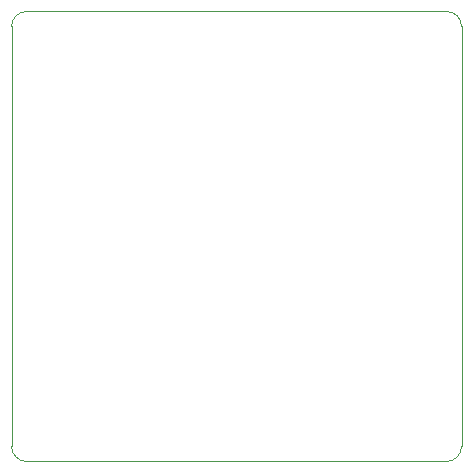
<source format=gm1>
G04 #@! TF.GenerationSoftware,KiCad,Pcbnew,5.1.10*
G04 #@! TF.CreationDate,2021-05-04T22:43:40+02:00*
G04 #@! TF.ProjectId,Weichensimulator-45rechts,57656963-6865-46e7-9369-6d756c61746f,rev?*
G04 #@! TF.SameCoordinates,Original*
G04 #@! TF.FileFunction,Profile,NP*
%FSLAX46Y46*%
G04 Gerber Fmt 4.6, Leading zero omitted, Abs format (unit mm)*
G04 Created by KiCad (PCBNEW 5.1.10) date 2021-05-04 22:43:40*
%MOMM*%
%LPD*%
G01*
G04 APERTURE LIST*
G04 #@! TA.AperFunction,Profile*
%ADD10C,0.050000*%
G04 #@! TD*
G04 APERTURE END LIST*
D10*
X130810000Y-134620000D02*
G75*
G02*
X129540000Y-133350000I0J1270000D01*
G01*
X167640000Y-133350000D02*
G75*
G02*
X166370000Y-134620000I-1270000J0D01*
G01*
X166370000Y-96520000D02*
G75*
G02*
X167640000Y-97790000I0J-1270000D01*
G01*
X129540000Y-97790000D02*
G75*
G02*
X130810000Y-96520000I1270000J0D01*
G01*
X130810000Y-96520000D02*
X166370000Y-96520000D01*
X129540000Y-133350000D02*
X129540000Y-97790000D01*
X166370000Y-134620000D02*
X130810000Y-134620000D01*
X167640000Y-97790000D02*
X167640000Y-133350000D01*
M02*

</source>
